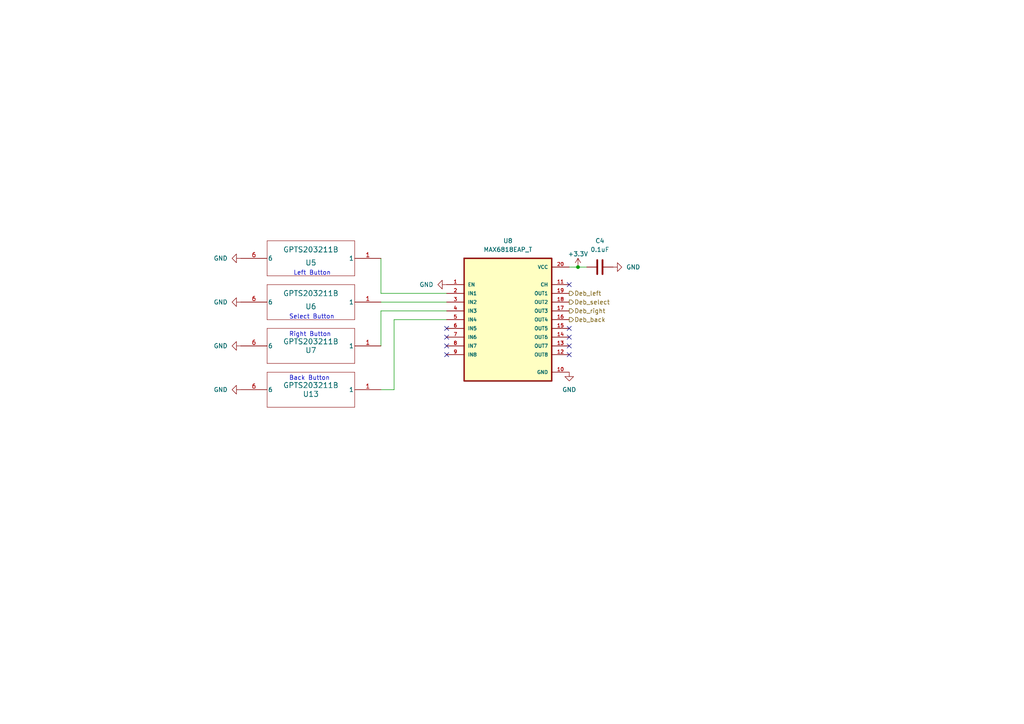
<source format=kicad_sch>
(kicad_sch
	(version 20231120)
	(generator "eeschema")
	(generator_version "8.0")
	(uuid "8ef76b75-3dab-4808-96dd-79f7106b8e0f")
	(paper "A4")
	(lib_symbols
		(symbol "2024-05-13_21-50-54:GPTS203211B"
			(pin_names
				(offset 0.254)
			)
			(exclude_from_sim no)
			(in_bom yes)
			(on_board yes)
			(property "Reference" "U"
				(at 20.32 10.16 0)
				(effects
					(font
						(size 1.524 1.524)
					)
				)
			)
			(property "Value" "GPTS203211B"
				(at 20.32 7.62 0)
				(effects
					(font
						(size 1.524 1.524)
					)
				)
			)
			(property "Footprint" "SWITCH_03211B"
				(at 0 0 0)
				(effects
					(font
						(size 1.27 1.27)
						(italic yes)
					)
					(hide yes)
				)
			)
			(property "Datasheet" "GPTS203211B"
				(at 0 0 0)
				(effects
					(font
						(size 1.27 1.27)
						(italic yes)
					)
					(hide yes)
				)
			)
			(property "Description" ""
				(at 0 0 0)
				(effects
					(font
						(size 1.27 1.27)
					)
					(hide yes)
				)
			)
			(property "ki_locked" ""
				(at 0 0 0)
				(effects
					(font
						(size 1.27 1.27)
					)
				)
			)
			(property "ki_keywords" "GPTS203211B"
				(at 0 0 0)
				(effects
					(font
						(size 1.27 1.27)
					)
					(hide yes)
				)
			)
			(property "ki_fp_filters" "SWITCH_03211B"
				(at 0 0 0)
				(effects
					(font
						(size 1.27 1.27)
					)
					(hide yes)
				)
			)
			(symbol "GPTS203211B_0_1"
				(polyline
					(pts
						(xy 7.62 -5.08) (xy 33.02 -5.08)
					)
					(stroke
						(width 0.127)
						(type default)
					)
					(fill
						(type none)
					)
				)
				(polyline
					(pts
						(xy 7.62 5.08) (xy 7.62 -5.08)
					)
					(stroke
						(width 0.127)
						(type default)
					)
					(fill
						(type none)
					)
				)
				(polyline
					(pts
						(xy 33.02 -5.08) (xy 33.02 5.08)
					)
					(stroke
						(width 0.127)
						(type default)
					)
					(fill
						(type none)
					)
				)
				(polyline
					(pts
						(xy 33.02 5.08) (xy 7.62 5.08)
					)
					(stroke
						(width 0.127)
						(type default)
					)
					(fill
						(type none)
					)
				)
				(pin unspecified line
					(at 0 0 0)
					(length 7.62)
					(name "1"
						(effects
							(font
								(size 1.27 1.27)
							)
						)
					)
					(number "1"
						(effects
							(font
								(size 1.27 1.27)
							)
						)
					)
				)
				(pin unspecified line
					(at 40.64 0 180)
					(length 7.62)
					(name "6"
						(effects
							(font
								(size 1.27 1.27)
							)
						)
					)
					(number "6"
						(effects
							(font
								(size 1.27 1.27)
							)
						)
					)
				)
			)
		)
		(symbol "Device:C"
			(pin_numbers hide)
			(pin_names
				(offset 0.254)
			)
			(exclude_from_sim no)
			(in_bom yes)
			(on_board yes)
			(property "Reference" "C"
				(at 0.635 2.54 0)
				(effects
					(font
						(size 1.27 1.27)
					)
					(justify left)
				)
			)
			(property "Value" "C"
				(at 0.635 -2.54 0)
				(effects
					(font
						(size 1.27 1.27)
					)
					(justify left)
				)
			)
			(property "Footprint" ""
				(at 0.9652 -3.81 0)
				(effects
					(font
						(size 1.27 1.27)
					)
					(hide yes)
				)
			)
			(property "Datasheet" "~"
				(at 0 0 0)
				(effects
					(font
						(size 1.27 1.27)
					)
					(hide yes)
				)
			)
			(property "Description" "Unpolarized capacitor"
				(at 0 0 0)
				(effects
					(font
						(size 1.27 1.27)
					)
					(hide yes)
				)
			)
			(property "ki_keywords" "cap capacitor"
				(at 0 0 0)
				(effects
					(font
						(size 1.27 1.27)
					)
					(hide yes)
				)
			)
			(property "ki_fp_filters" "C_*"
				(at 0 0 0)
				(effects
					(font
						(size 1.27 1.27)
					)
					(hide yes)
				)
			)
			(symbol "C_0_1"
				(polyline
					(pts
						(xy -2.032 -0.762) (xy 2.032 -0.762)
					)
					(stroke
						(width 0.508)
						(type default)
					)
					(fill
						(type none)
					)
				)
				(polyline
					(pts
						(xy -2.032 0.762) (xy 2.032 0.762)
					)
					(stroke
						(width 0.508)
						(type default)
					)
					(fill
						(type none)
					)
				)
			)
			(symbol "C_1_1"
				(pin passive line
					(at 0 3.81 270)
					(length 2.794)
					(name "~"
						(effects
							(font
								(size 1.27 1.27)
							)
						)
					)
					(number "1"
						(effects
							(font
								(size 1.27 1.27)
							)
						)
					)
				)
				(pin passive line
					(at 0 -3.81 90)
					(length 2.794)
					(name "~"
						(effects
							(font
								(size 1.27 1.27)
							)
						)
					)
					(number "2"
						(effects
							(font
								(size 1.27 1.27)
							)
						)
					)
				)
			)
		)
		(symbol "MAX6818EAP_T2:MAX6818EAP_T"
			(pin_names
				(offset 1.016)
			)
			(exclude_from_sim no)
			(in_bom yes)
			(on_board yes)
			(property "Reference" "U"
				(at -12.7 18.78 0)
				(effects
					(font
						(size 1.27 1.27)
					)
					(justify left bottom)
				)
			)
			(property "Value" "MAX6818EAP_T"
				(at -12.7 -21.78 0)
				(effects
					(font
						(size 1.27 1.27)
					)
					(justify left bottom)
				)
			)
			(property "Footprint" "MAX6818EAP_T:SOP65P777X199-20N"
				(at 0 0 0)
				(effects
					(font
						(size 1.27 1.27)
					)
					(justify bottom)
					(hide yes)
				)
			)
			(property "Datasheet" ""
				(at 0 0 0)
				(effects
					(font
						(size 1.27 1.27)
					)
					(hide yes)
				)
			)
			(property "Description" ""
				(at 0 0 0)
				(effects
					(font
						(size 1.27 1.27)
					)
					(hide yes)
				)
			)
			(symbol "MAX6818EAP_T_0_0"
				(rectangle
					(start -12.7 -17.78)
					(end 12.7 17.78)
					(stroke
						(width 0.41)
						(type default)
					)
					(fill
						(type background)
					)
				)
				(pin input line
					(at -17.78 10.16 0)
					(length 5.08)
					(name "EN"
						(effects
							(font
								(size 1.016 1.016)
							)
						)
					)
					(number "1"
						(effects
							(font
								(size 1.016 1.016)
							)
						)
					)
				)
				(pin power_in line
					(at 17.78 -15.24 180)
					(length 5.08)
					(name "GND"
						(effects
							(font
								(size 1.016 1.016)
							)
						)
					)
					(number "10"
						(effects
							(font
								(size 1.016 1.016)
							)
						)
					)
				)
				(pin output line
					(at 17.78 10.16 180)
					(length 5.08)
					(name "CH"
						(effects
							(font
								(size 1.016 1.016)
							)
						)
					)
					(number "11"
						(effects
							(font
								(size 1.016 1.016)
							)
						)
					)
				)
				(pin output line
					(at 17.78 -10.16 180)
					(length 5.08)
					(name "OUT8"
						(effects
							(font
								(size 1.016 1.016)
							)
						)
					)
					(number "12"
						(effects
							(font
								(size 1.016 1.016)
							)
						)
					)
				)
				(pin output line
					(at 17.78 -7.62 180)
					(length 5.08)
					(name "OUT7"
						(effects
							(font
								(size 1.016 1.016)
							)
						)
					)
					(number "13"
						(effects
							(font
								(size 1.016 1.016)
							)
						)
					)
				)
				(pin output line
					(at 17.78 -5.08 180)
					(length 5.08)
					(name "OUT6"
						(effects
							(font
								(size 1.016 1.016)
							)
						)
					)
					(number "14"
						(effects
							(font
								(size 1.016 1.016)
							)
						)
					)
				)
				(pin output line
					(at 17.78 -2.54 180)
					(length 5.08)
					(name "OUT5"
						(effects
							(font
								(size 1.016 1.016)
							)
						)
					)
					(number "15"
						(effects
							(font
								(size 1.016 1.016)
							)
						)
					)
				)
				(pin output line
					(at 17.78 0 180)
					(length 5.08)
					(name "OUT4"
						(effects
							(font
								(size 1.016 1.016)
							)
						)
					)
					(number "16"
						(effects
							(font
								(size 1.016 1.016)
							)
						)
					)
				)
				(pin output line
					(at 17.78 2.54 180)
					(length 5.08)
					(name "OUT3"
						(effects
							(font
								(size 1.016 1.016)
							)
						)
					)
					(number "17"
						(effects
							(font
								(size 1.016 1.016)
							)
						)
					)
				)
				(pin output line
					(at 17.78 5.08 180)
					(length 5.08)
					(name "OUT2"
						(effects
							(font
								(size 1.016 1.016)
							)
						)
					)
					(number "18"
						(effects
							(font
								(size 1.016 1.016)
							)
						)
					)
				)
				(pin output line
					(at 17.78 7.62 180)
					(length 5.08)
					(name "OUT1"
						(effects
							(font
								(size 1.016 1.016)
							)
						)
					)
					(number "19"
						(effects
							(font
								(size 1.016 1.016)
							)
						)
					)
				)
				(pin input line
					(at -17.78 7.62 0)
					(length 5.08)
					(name "IN1"
						(effects
							(font
								(size 1.016 1.016)
							)
						)
					)
					(number "2"
						(effects
							(font
								(size 1.016 1.016)
							)
						)
					)
				)
				(pin power_in line
					(at 17.78 15.24 180)
					(length 5.08)
					(name "VCC"
						(effects
							(font
								(size 1.016 1.016)
							)
						)
					)
					(number "20"
						(effects
							(font
								(size 1.016 1.016)
							)
						)
					)
				)
				(pin input line
					(at -17.78 5.08 0)
					(length 5.08)
					(name "IN2"
						(effects
							(font
								(size 1.016 1.016)
							)
						)
					)
					(number "3"
						(effects
							(font
								(size 1.016 1.016)
							)
						)
					)
				)
				(pin input line
					(at -17.78 2.54 0)
					(length 5.08)
					(name "IN3"
						(effects
							(font
								(size 1.016 1.016)
							)
						)
					)
					(number "4"
						(effects
							(font
								(size 1.016 1.016)
							)
						)
					)
				)
				(pin input line
					(at -17.78 0 0)
					(length 5.08)
					(name "IN4"
						(effects
							(font
								(size 1.016 1.016)
							)
						)
					)
					(number "5"
						(effects
							(font
								(size 1.016 1.016)
							)
						)
					)
				)
				(pin input line
					(at -17.78 -2.54 0)
					(length 5.08)
					(name "IN5"
						(effects
							(font
								(size 1.016 1.016)
							)
						)
					)
					(number "6"
						(effects
							(font
								(size 1.016 1.016)
							)
						)
					)
				)
				(pin input line
					(at -17.78 -5.08 0)
					(length 5.08)
					(name "IN6"
						(effects
							(font
								(size 1.016 1.016)
							)
						)
					)
					(number "7"
						(effects
							(font
								(size 1.016 1.016)
							)
						)
					)
				)
				(pin input line
					(at -17.78 -7.62 0)
					(length 5.08)
					(name "IN7"
						(effects
							(font
								(size 1.016 1.016)
							)
						)
					)
					(number "8"
						(effects
							(font
								(size 1.016 1.016)
							)
						)
					)
				)
				(pin input line
					(at -17.78 -10.16 0)
					(length 5.08)
					(name "IN8"
						(effects
							(font
								(size 1.016 1.016)
							)
						)
					)
					(number "9"
						(effects
							(font
								(size 1.016 1.016)
							)
						)
					)
				)
			)
		)
		(symbol "power:+3.3V"
			(power)
			(pin_names
				(offset 0)
			)
			(exclude_from_sim no)
			(in_bom yes)
			(on_board yes)
			(property "Reference" "#PWR"
				(at 0 -3.81 0)
				(effects
					(font
						(size 1.27 1.27)
					)
					(hide yes)
				)
			)
			(property "Value" "+3.3V"
				(at 0 3.556 0)
				(effects
					(font
						(size 1.27 1.27)
					)
				)
			)
			(property "Footprint" ""
				(at 0 0 0)
				(effects
					(font
						(size 1.27 1.27)
					)
					(hide yes)
				)
			)
			(property "Datasheet" ""
				(at 0 0 0)
				(effects
					(font
						(size 1.27 1.27)
					)
					(hide yes)
				)
			)
			(property "Description" "Power symbol creates a global label with name \"+3.3V\""
				(at 0 0 0)
				(effects
					(font
						(size 1.27 1.27)
					)
					(hide yes)
				)
			)
			(property "ki_keywords" "global power"
				(at 0 0 0)
				(effects
					(font
						(size 1.27 1.27)
					)
					(hide yes)
				)
			)
			(symbol "+3.3V_0_1"
				(polyline
					(pts
						(xy -0.762 1.27) (xy 0 2.54)
					)
					(stroke
						(width 0)
						(type default)
					)
					(fill
						(type none)
					)
				)
				(polyline
					(pts
						(xy 0 0) (xy 0 2.54)
					)
					(stroke
						(width 0)
						(type default)
					)
					(fill
						(type none)
					)
				)
				(polyline
					(pts
						(xy 0 2.54) (xy 0.762 1.27)
					)
					(stroke
						(width 0)
						(type default)
					)
					(fill
						(type none)
					)
				)
			)
			(symbol "+3.3V_1_1"
				(pin power_in line
					(at 0 0 90)
					(length 0) hide
					(name "+3.3V"
						(effects
							(font
								(size 1.27 1.27)
							)
						)
					)
					(number "1"
						(effects
							(font
								(size 1.27 1.27)
							)
						)
					)
				)
			)
		)
		(symbol "power:GND"
			(power)
			(pin_names
				(offset 0)
			)
			(exclude_from_sim no)
			(in_bom yes)
			(on_board yes)
			(property "Reference" "#PWR"
				(at 0 -6.35 0)
				(effects
					(font
						(size 1.27 1.27)
					)
					(hide yes)
				)
			)
			(property "Value" "GND"
				(at 0 -3.81 0)
				(effects
					(font
						(size 1.27 1.27)
					)
				)
			)
			(property "Footprint" ""
				(at 0 0 0)
				(effects
					(font
						(size 1.27 1.27)
					)
					(hide yes)
				)
			)
			(property "Datasheet" ""
				(at 0 0 0)
				(effects
					(font
						(size 1.27 1.27)
					)
					(hide yes)
				)
			)
			(property "Description" "Power symbol creates a global label with name \"GND\" , ground"
				(at 0 0 0)
				(effects
					(font
						(size 1.27 1.27)
					)
					(hide yes)
				)
			)
			(property "ki_keywords" "global power"
				(at 0 0 0)
				(effects
					(font
						(size 1.27 1.27)
					)
					(hide yes)
				)
			)
			(symbol "GND_0_1"
				(polyline
					(pts
						(xy 0 0) (xy 0 -1.27) (xy 1.27 -1.27) (xy 0 -2.54) (xy -1.27 -1.27) (xy 0 -1.27)
					)
					(stroke
						(width 0)
						(type default)
					)
					(fill
						(type none)
					)
				)
			)
			(symbol "GND_1_1"
				(pin power_in line
					(at 0 0 270)
					(length 0) hide
					(name "GND"
						(effects
							(font
								(size 1.27 1.27)
							)
						)
					)
					(number "1"
						(effects
							(font
								(size 1.27 1.27)
							)
						)
					)
				)
			)
		)
	)
	(junction
		(at 167.64 77.47)
		(diameter 0)
		(color 0 0 0 0)
		(uuid "d9ffa5f3-126d-4a95-a638-e0b3a58bcefd")
	)
	(no_connect
		(at 129.54 95.25)
		(uuid "18b97c2e-1deb-4b88-81de-a2e3e1aecdc0")
	)
	(no_connect
		(at 129.54 102.87)
		(uuid "3ff4c3fb-0fc4-40ae-a9a0-a154fd96eb15")
	)
	(no_connect
		(at 165.1 82.55)
		(uuid "8712b1c1-948a-409c-b356-3401b06eaa31")
	)
	(no_connect
		(at 165.1 100.33)
		(uuid "a5b99e03-e894-45ce-b55d-259cb9a33622")
	)
	(no_connect
		(at 165.1 95.25)
		(uuid "cfb5e757-f4b4-4bb3-9729-b56c64781a3f")
	)
	(no_connect
		(at 165.1 102.87)
		(uuid "e4c61f90-7e10-4edf-9ed7-21e724308859")
	)
	(no_connect
		(at 129.54 100.33)
		(uuid "f0373baa-cc9e-46aa-9a02-733d7f1045f4")
	)
	(no_connect
		(at 165.1 97.79)
		(uuid "f23812f9-9295-4d17-bad2-15588a4efa52")
	)
	(no_connect
		(at 129.54 97.79)
		(uuid "f5cc8e1b-7106-4d7a-a4ec-736fc66df6f2")
	)
	(wire
		(pts
			(xy 110.49 90.17) (xy 129.54 90.17)
		)
		(stroke
			(width 0)
			(type default)
		)
		(uuid "0ae10ad3-5e44-4d69-ad70-f838906792e7")
	)
	(wire
		(pts
			(xy 167.64 77.47) (xy 170.18 77.47)
		)
		(stroke
			(width 0)
			(type default)
		)
		(uuid "0d780ba1-6a87-4329-b027-eed1a0d3282e")
	)
	(wire
		(pts
			(xy 165.1 77.47) (xy 167.64 77.47)
		)
		(stroke
			(width 0)
			(type default)
		)
		(uuid "411a2f1f-baad-425a-9e04-393a70361017")
	)
	(wire
		(pts
			(xy 110.49 87.63) (xy 129.54 87.63)
		)
		(stroke
			(width 0)
			(type default)
		)
		(uuid "47504e71-212c-436d-aa97-64bc26f1b44a")
	)
	(wire
		(pts
			(xy 110.49 85.09) (xy 129.54 85.09)
		)
		(stroke
			(width 0)
			(type default)
		)
		(uuid "4e4bbdb1-383e-4389-8e71-4f59a9c48882")
	)
	(wire
		(pts
			(xy 110.49 113.03) (xy 114.3 113.03)
		)
		(stroke
			(width 0)
			(type default)
		)
		(uuid "57b07539-329d-40f1-a9bd-d80f6cdd509d")
	)
	(wire
		(pts
			(xy 110.49 100.33) (xy 110.49 90.17)
		)
		(stroke
			(width 0)
			(type default)
		)
		(uuid "8ba11d1b-e244-4f74-8fc5-fe285144c11f")
	)
	(wire
		(pts
			(xy 114.3 113.03) (xy 114.3 92.71)
		)
		(stroke
			(width 0)
			(type default)
		)
		(uuid "943af457-4846-4ff1-9442-e135c9994dc1")
	)
	(wire
		(pts
			(xy 110.49 74.93) (xy 110.49 85.09)
		)
		(stroke
			(width 0)
			(type default)
		)
		(uuid "e5979fce-6aeb-4e0a-9d13-c4e949dff45f")
	)
	(wire
		(pts
			(xy 114.3 92.71) (xy 129.54 92.71)
		)
		(stroke
			(width 0)
			(type default)
		)
		(uuid "f84bbda5-e4c2-43af-a448-109c5e9079bb")
	)
	(text "Back Button\n"
		(exclude_from_sim no)
		(at 83.82 110.49 0)
		(effects
			(font
				(size 1.27 1.27)
			)
			(justify left bottom)
		)
		(uuid "4bd20a0d-61db-44f9-a9c5-578ef848f2d7")
	)
	(text "Left Button"
		(exclude_from_sim no)
		(at 85.09 80.01 0)
		(effects
			(font
				(size 1.27 1.27)
			)
			(justify left bottom)
		)
		(uuid "93c08d03-ac1b-45e6-bb80-cfc6cd9f7853")
	)
	(text "Select Button"
		(exclude_from_sim no)
		(at 83.82 92.71 0)
		(effects
			(font
				(size 1.27 1.27)
			)
			(justify left bottom)
		)
		(uuid "a20d608b-af7d-4a6f-9ce0-93edbe5e7b06")
	)
	(text "Right Button\n"
		(exclude_from_sim no)
		(at 83.82 97.79 0)
		(effects
			(font
				(size 1.27 1.27)
			)
			(justify left bottom)
		)
		(uuid "ae7d6daf-8726-4385-ad07-4323f1643609")
	)
	(hierarchical_label "Deb_back"
		(shape output)
		(at 165.1 92.71 0)
		(fields_autoplaced yes)
		(effects
			(font
				(size 1.27 1.27)
			)
			(justify left)
		)
		(uuid "6953c22a-fd75-4c8c-b610-afbea26e685b")
	)
	(hierarchical_label "Deb_select"
		(shape output)
		(at 165.1 87.63 0)
		(fields_autoplaced yes)
		(effects
			(font
				(size 1.27 1.27)
			)
			(justify left)
		)
		(uuid "7b470064-37c2-45bd-93c3-8137ebbea603")
	)
	(hierarchical_label "Deb_right"
		(shape output)
		(at 165.1 90.17 0)
		(fields_autoplaced yes)
		(effects
			(font
				(size 1.27 1.27)
			)
			(justify left)
		)
		(uuid "cc80d408-57aa-4f56-afb5-52fad6f34363")
	)
	(hierarchical_label "Deb_left"
		(shape output)
		(at 165.1 85.09 0)
		(fields_autoplaced yes)
		(effects
			(font
				(size 1.27 1.27)
			)
			(justify left)
		)
		(uuid "e00438a3-5ec7-4600-b404-47cb57e5565a")
	)
	(symbol
		(lib_id "power:GND")
		(at 165.1 107.95 0)
		(unit 1)
		(exclude_from_sim no)
		(in_bom yes)
		(on_board yes)
		(dnp no)
		(fields_autoplaced yes)
		(uuid "04c7a332-d7d4-4ec7-9a1a-ecbde4f27e37")
		(property "Reference" "#PWR018"
			(at 165.1 114.3 0)
			(effects
				(font
					(size 1.27 1.27)
				)
				(hide yes)
			)
		)
		(property "Value" "GND"
			(at 165.1 113.03 0)
			(effects
				(font
					(size 1.27 1.27)
				)
			)
		)
		(property "Footprint" ""
			(at 165.1 107.95 0)
			(effects
				(font
					(size 1.27 1.27)
				)
				(hide yes)
			)
		)
		(property "Datasheet" ""
			(at 165.1 107.95 0)
			(effects
				(font
					(size 1.27 1.27)
				)
				(hide yes)
			)
		)
		(property "Description" ""
			(at 165.1 107.95 0)
			(effects
				(font
					(size 1.27 1.27)
				)
				(hide yes)
			)
		)
		(pin "1"
			(uuid "3229ce04-1b19-4b8e-9395-42a81a824186")
		)
		(instances
			(project "Motor Programmer Rev. 2"
				(path "/011ae556-31c3-4ee2-a722-f56ffd3fdd08/a2b5b4e2-343c-454b-b8e5-d2b1c53e1cbe"
					(reference "#PWR018")
					(unit 1)
				)
			)
		)
	)
	(symbol
		(lib_id "2024-05-13_21-50-54:GPTS203211B")
		(at 110.49 87.63 180)
		(unit 1)
		(exclude_from_sim no)
		(in_bom yes)
		(on_board yes)
		(dnp no)
		(uuid "3b6fdeac-1abe-4e6a-8799-b3db69f2066a")
		(property "Reference" "U6"
			(at 90.17 88.9 0)
			(effects
				(font
					(size 1.524 1.524)
				)
			)
		)
		(property "Value" "GPTS203211B"
			(at 90.17 85.09 0)
			(effects
				(font
					(size 1.524 1.524)
				)
			)
		)
		(property "Footprint" "footprints:SWITCH_03211B"
			(at 110.49 87.63 0)
			(effects
				(font
					(size 1.27 1.27)
					(italic yes)
				)
				(hide yes)
			)
		)
		(property "Datasheet" "GPTS203211B"
			(at 110.49 87.63 0)
			(effects
				(font
					(size 1.27 1.27)
					(italic yes)
				)
				(hide yes)
			)
		)
		(property "Description" ""
			(at 110.49 87.63 0)
			(effects
				(font
					(size 1.27 1.27)
				)
				(hide yes)
			)
		)
		(pin "1"
			(uuid "54317620-687c-4605-a584-ced03b559b24")
		)
		(pin "6"
			(uuid "59ff5b19-fad4-4f55-b29d-b98791781ef2")
		)
		(instances
			(project "Motor Programmer Rev. 2"
				(path "/011ae556-31c3-4ee2-a722-f56ffd3fdd08/a2b5b4e2-343c-454b-b8e5-d2b1c53e1cbe"
					(reference "U6")
					(unit 1)
				)
			)
		)
	)
	(symbol
		(lib_id "power:GND")
		(at 177.8 77.47 90)
		(unit 1)
		(exclude_from_sim no)
		(in_bom yes)
		(on_board yes)
		(dnp no)
		(fields_autoplaced yes)
		(uuid "60cffb8b-e2cf-46c5-98c9-d38f6d57b0f8")
		(property "Reference" "#PWR020"
			(at 184.15 77.47 0)
			(effects
				(font
					(size 1.27 1.27)
				)
				(hide yes)
			)
		)
		(property "Value" "GND"
			(at 181.61 77.47 90)
			(effects
				(font
					(size 1.27 1.27)
				)
				(justify right)
			)
		)
		(property "Footprint" ""
			(at 177.8 77.47 0)
			(effects
				(font
					(size 1.27 1.27)
				)
				(hide yes)
			)
		)
		(property "Datasheet" ""
			(at 177.8 77.47 0)
			(effects
				(font
					(size 1.27 1.27)
				)
				(hide yes)
			)
		)
		(property "Description" ""
			(at 177.8 77.47 0)
			(effects
				(font
					(size 1.27 1.27)
				)
				(hide yes)
			)
		)
		(pin "1"
			(uuid "82c6c791-1587-4e90-8146-ba659abc460d")
		)
		(instances
			(project "Motor Programmer Rev. 2"
				(path "/011ae556-31c3-4ee2-a722-f56ffd3fdd08/a2b5b4e2-343c-454b-b8e5-d2b1c53e1cbe"
					(reference "#PWR020")
					(unit 1)
				)
			)
		)
	)
	(symbol
		(lib_id "2024-05-13_21-50-54:GPTS203211B")
		(at 110.49 74.93 180)
		(unit 1)
		(exclude_from_sim no)
		(in_bom yes)
		(on_board yes)
		(dnp no)
		(uuid "76eb2b8c-40e1-42fe-8dd1-abb168f185e1")
		(property "Reference" "U5"
			(at 90.17 76.2 0)
			(effects
				(font
					(size 1.524 1.524)
				)
			)
		)
		(property "Value" "GPTS203211B"
			(at 90.17 72.39 0)
			(effects
				(font
					(size 1.524 1.524)
				)
			)
		)
		(property "Footprint" "footprints:SWITCH_03211B"
			(at 110.49 74.93 0)
			(effects
				(font
					(size 1.27 1.27)
					(italic yes)
				)
				(hide yes)
			)
		)
		(property "Datasheet" "GPTS203211B"
			(at 110.49 74.93 0)
			(effects
				(font
					(size 1.27 1.27)
					(italic yes)
				)
				(hide yes)
			)
		)
		(property "Description" ""
			(at 110.49 74.93 0)
			(effects
				(font
					(size 1.27 1.27)
				)
				(hide yes)
			)
		)
		(pin "1"
			(uuid "ccbbb05a-8d1c-4efb-82ec-075545b4295c")
		)
		(pin "6"
			(uuid "07ee9050-ef29-4bec-a63e-1e5b15ad9e6b")
		)
		(instances
			(project "Motor Programmer Rev. 2"
				(path "/011ae556-31c3-4ee2-a722-f56ffd3fdd08/a2b5b4e2-343c-454b-b8e5-d2b1c53e1cbe"
					(reference "U5")
					(unit 1)
				)
			)
		)
	)
	(symbol
		(lib_id "Device:C")
		(at 173.99 77.47 90)
		(unit 1)
		(exclude_from_sim no)
		(in_bom yes)
		(on_board yes)
		(dnp no)
		(fields_autoplaced yes)
		(uuid "786eb153-0abe-44c3-bd68-d860b3f8bafb")
		(property "Reference" "C4"
			(at 173.99 69.85 90)
			(effects
				(font
					(size 1.27 1.27)
				)
			)
		)
		(property "Value" "0.1uF"
			(at 173.99 72.39 90)
			(effects
				(font
					(size 1.27 1.27)
				)
			)
		)
		(property "Footprint" "Capacitor_SMD:C_0402_1005Metric"
			(at 177.8 76.5048 0)
			(effects
				(font
					(size 1.27 1.27)
				)
				(hide yes)
			)
		)
		(property "Datasheet" "~"
			(at 173.99 77.47 0)
			(effects
				(font
					(size 1.27 1.27)
				)
				(hide yes)
			)
		)
		(property "Description" ""
			(at 173.99 77.47 0)
			(effects
				(font
					(size 1.27 1.27)
				)
				(hide yes)
			)
		)
		(pin "1"
			(uuid "887f7aa7-7db7-4cdc-9d3e-940aacfabd01")
		)
		(pin "2"
			(uuid "e308e860-9b6b-46e2-b8f7-ce6b1c150616")
		)
		(instances
			(project "Motor Programmer Rev. 2"
				(path "/011ae556-31c3-4ee2-a722-f56ffd3fdd08/a2b5b4e2-343c-454b-b8e5-d2b1c53e1cbe"
					(reference "C4")
					(unit 1)
				)
			)
		)
	)
	(symbol
		(lib_id "MAX6818EAP_T2:MAX6818EAP_T")
		(at 147.32 92.71 0)
		(unit 1)
		(exclude_from_sim no)
		(in_bom yes)
		(on_board yes)
		(dnp no)
		(fields_autoplaced yes)
		(uuid "8a4a2e47-c4d7-42c0-8bce-96f2a4bba920")
		(property "Reference" "U8"
			(at 147.32 69.85 0)
			(effects
				(font
					(size 1.27 1.27)
				)
			)
		)
		(property "Value" "MAX6818EAP_T"
			(at 147.32 72.39 0)
			(effects
				(font
					(size 1.27 1.27)
				)
			)
		)
		(property "Footprint" "MAX6818EAP:SOP65P777X199-20N"
			(at 147.32 92.71 0)
			(effects
				(font
					(size 1.27 1.27)
				)
				(justify bottom)
				(hide yes)
			)
		)
		(property "Datasheet" ""
			(at 147.32 92.71 0)
			(effects
				(font
					(size 1.27 1.27)
				)
				(hide yes)
			)
		)
		(property "Description" ""
			(at 147.32 92.71 0)
			(effects
				(font
					(size 1.27 1.27)
				)
				(hide yes)
			)
		)
		(pin "1"
			(uuid "d84ed2a3-6034-4abb-9509-c69e346548db")
		)
		(pin "10"
			(uuid "8736acbb-58b3-4d8d-a440-443772b17647")
		)
		(pin "11"
			(uuid "87b4c882-ce5a-4371-b1cb-4cf720f07556")
		)
		(pin "12"
			(uuid "36d0466a-5f5d-4ce5-959d-fc86563d80fe")
		)
		(pin "13"
			(uuid "87f1768f-69cc-4eba-a7b7-373e2658b473")
		)
		(pin "14"
			(uuid "192bf88d-4e43-4298-bc22-9eda81b5f6b9")
		)
		(pin "15"
			(uuid "d40f4f1a-a1aa-4e32-abf3-62cf3abfce6f")
		)
		(pin "16"
			(uuid "7f1bb35f-90af-4899-8de9-2e9ab444b310")
		)
		(pin "17"
			(uuid "2ed9d241-76bb-4383-8bf3-6f438bb76339")
		)
		(pin "18"
			(uuid "1808224d-9939-4920-9e0b-a4369420ad5e")
		)
		(pin "19"
			(uuid "0065b49f-6369-4a19-91dc-c8dc00815357")
		)
		(pin "2"
			(uuid "9019937d-57da-4406-a499-1ea26173ee3d")
		)
		(pin "20"
			(uuid "7215c715-bd74-4c7f-9c00-a2b3e23ae842")
		)
		(pin "3"
			(uuid "c9827f74-031b-429c-9edd-4e2a97f0a63a")
		)
		(pin "4"
			(uuid "e40d87e3-2b2a-48c8-bceb-2fdbc14fb01c")
		)
		(pin "5"
			(uuid "784b3dbe-f50b-4415-92da-4b660c8f3b65")
		)
		(pin "6"
			(uuid "8b17578e-07af-4abe-981e-73259a016f3b")
		)
		(pin "7"
			(uuid "a2cbbd9a-530c-46da-b968-ede32e11a4b2")
		)
		(pin "8"
			(uuid "5b91dc7b-cbe0-48da-bb57-cf7fed259792")
		)
		(pin "9"
			(uuid "0eca10cb-af49-465a-bf3b-dfdd16456679")
		)
		(instances
			(project "Motor Programmer Rev. 2"
				(path "/011ae556-31c3-4ee2-a722-f56ffd3fdd08/a2b5b4e2-343c-454b-b8e5-d2b1c53e1cbe"
					(reference "U8")
					(unit 1)
				)
			)
		)
	)
	(symbol
		(lib_id "power:GND")
		(at 69.85 100.33 270)
		(unit 1)
		(exclude_from_sim no)
		(in_bom yes)
		(on_board yes)
		(dnp no)
		(fields_autoplaced yes)
		(uuid "8db8b072-1b43-4ca7-817f-ff14fb422ee5")
		(property "Reference" "#PWR016"
			(at 63.5 100.33 0)
			(effects
				(font
					(size 1.27 1.27)
				)
				(hide yes)
			)
		)
		(property "Value" "GND"
			(at 66.04 100.33 90)
			(effects
				(font
					(size 1.27 1.27)
				)
				(justify right)
			)
		)
		(property "Footprint" ""
			(at 69.85 100.33 0)
			(effects
				(font
					(size 1.27 1.27)
				)
				(hide yes)
			)
		)
		(property "Datasheet" ""
			(at 69.85 100.33 0)
			(effects
				(font
					(size 1.27 1.27)
				)
				(hide yes)
			)
		)
		(property "Description" ""
			(at 69.85 100.33 0)
			(effects
				(font
					(size 1.27 1.27)
				)
				(hide yes)
			)
		)
		(pin "1"
			(uuid "c3fe7409-745d-4d8d-9c7c-4ead0a9c8636")
		)
		(instances
			(project "Motor Programmer Rev. 2"
				(path "/011ae556-31c3-4ee2-a722-f56ffd3fdd08/a2b5b4e2-343c-454b-b8e5-d2b1c53e1cbe"
					(reference "#PWR016")
					(unit 1)
				)
			)
		)
	)
	(symbol
		(lib_id "power:GND")
		(at 69.85 74.93 270)
		(unit 1)
		(exclude_from_sim no)
		(in_bom yes)
		(on_board yes)
		(dnp no)
		(fields_autoplaced yes)
		(uuid "9a60edbf-e943-4dd8-b6a9-fd136043e2ab")
		(property "Reference" "#PWR014"
			(at 63.5 74.93 0)
			(effects
				(font
					(size 1.27 1.27)
				)
				(hide yes)
			)
		)
		(property "Value" "GND"
			(at 66.04 74.93 90)
			(effects
				(font
					(size 1.27 1.27)
				)
				(justify right)
			)
		)
		(property "Footprint" ""
			(at 69.85 74.93 0)
			(effects
				(font
					(size 1.27 1.27)
				)
				(hide yes)
			)
		)
		(property "Datasheet" ""
			(at 69.85 74.93 0)
			(effects
				(font
					(size 1.27 1.27)
				)
				(hide yes)
			)
		)
		(property "Description" ""
			(at 69.85 74.93 0)
			(effects
				(font
					(size 1.27 1.27)
				)
				(hide yes)
			)
		)
		(pin "1"
			(uuid "b33890d3-5287-45c4-9466-5259fce896ec")
		)
		(instances
			(project "Motor Programmer Rev. 2"
				(path "/011ae556-31c3-4ee2-a722-f56ffd3fdd08/a2b5b4e2-343c-454b-b8e5-d2b1c53e1cbe"
					(reference "#PWR014")
					(unit 1)
				)
			)
		)
	)
	(symbol
		(lib_id "power:GND")
		(at 69.85 87.63 270)
		(unit 1)
		(exclude_from_sim no)
		(in_bom yes)
		(on_board yes)
		(dnp no)
		(fields_autoplaced yes)
		(uuid "a7737a08-e68d-498a-8299-4c3bd22187f1")
		(property "Reference" "#PWR015"
			(at 63.5 87.63 0)
			(effects
				(font
					(size 1.27 1.27)
				)
				(hide yes)
			)
		)
		(property "Value" "GND"
			(at 66.04 87.63 90)
			(effects
				(font
					(size 1.27 1.27)
				)
				(justify right)
			)
		)
		(property "Footprint" ""
			(at 69.85 87.63 0)
			(effects
				(font
					(size 1.27 1.27)
				)
				(hide yes)
			)
		)
		(property "Datasheet" ""
			(at 69.85 87.63 0)
			(effects
				(font
					(size 1.27 1.27)
				)
				(hide yes)
			)
		)
		(property "Description" ""
			(at 69.85 87.63 0)
			(effects
				(font
					(size 1.27 1.27)
				)
				(hide yes)
			)
		)
		(pin "1"
			(uuid "44a670a2-d062-4ac9-bd07-de2b8db50683")
		)
		(instances
			(project "Motor Programmer Rev. 2"
				(path "/011ae556-31c3-4ee2-a722-f56ffd3fdd08/a2b5b4e2-343c-454b-b8e5-d2b1c53e1cbe"
					(reference "#PWR015")
					(unit 1)
				)
			)
		)
	)
	(symbol
		(lib_id "power:+3.3V")
		(at 167.64 77.47 0)
		(unit 1)
		(exclude_from_sim no)
		(in_bom yes)
		(on_board yes)
		(dnp no)
		(fields_autoplaced yes)
		(uuid "af3030c4-ad47-435f-95b2-1f99f88aa702")
		(property "Reference" "#PWR019"
			(at 167.64 81.28 0)
			(effects
				(font
					(size 1.27 1.27)
				)
				(hide yes)
			)
		)
		(property "Value" "+3.3V"
			(at 167.64 73.66 0)
			(effects
				(font
					(size 1.27 1.27)
				)
			)
		)
		(property "Footprint" ""
			(at 167.64 77.47 0)
			(effects
				(font
					(size 1.27 1.27)
				)
				(hide yes)
			)
		)
		(property "Datasheet" ""
			(at 167.64 77.47 0)
			(effects
				(font
					(size 1.27 1.27)
				)
				(hide yes)
			)
		)
		(property "Description" ""
			(at 167.64 77.47 0)
			(effects
				(font
					(size 1.27 1.27)
				)
				(hide yes)
			)
		)
		(pin "1"
			(uuid "5d0dc366-8079-4be0-b566-838374943f7b")
		)
		(instances
			(project "Motor Programmer Rev. 2"
				(path "/011ae556-31c3-4ee2-a722-f56ffd3fdd08/a2b5b4e2-343c-454b-b8e5-d2b1c53e1cbe"
					(reference "#PWR019")
					(unit 1)
				)
			)
			(project "ESP32_S2_SOLO_N4 Kicad Reference Design"
				(path "/781e630a-908b-4db2-a21c-46db7fc2ebca"
					(reference "#PWR03")
					(unit 1)
				)
			)
			(project "esp32"
				(path "/7924cb66-cc2f-436f-aa09-a6a12e8df6be"
					(reference "#PWR05")
					(unit 1)
				)
			)
		)
	)
	(symbol
		(lib_id "2024-05-13_21-50-54:GPTS203211B")
		(at 110.49 113.03 180)
		(unit 1)
		(exclude_from_sim no)
		(in_bom yes)
		(on_board yes)
		(dnp no)
		(uuid "b3bca7a5-371d-48b1-acba-7452961df2b8")
		(property "Reference" "U13"
			(at 90.17 114.3 0)
			(effects
				(font
					(size 1.524 1.524)
				)
			)
		)
		(property "Value" "GPTS203211B"
			(at 90.17 111.76 0)
			(effects
				(font
					(size 1.524 1.524)
				)
			)
		)
		(property "Footprint" "footprints:SWITCH_03211B"
			(at 110.49 113.03 0)
			(effects
				(font
					(size 1.27 1.27)
					(italic yes)
				)
				(hide yes)
			)
		)
		(property "Datasheet" "GPTS203211B"
			(at 110.49 113.03 0)
			(effects
				(font
					(size 1.27 1.27)
					(italic yes)
				)
				(hide yes)
			)
		)
		(property "Description" ""
			(at 110.49 113.03 0)
			(effects
				(font
					(size 1.27 1.27)
				)
				(hide yes)
			)
		)
		(pin "1"
			(uuid "52cb67dc-cb3b-41a7-af0e-25dfb113efe0")
		)
		(pin "6"
			(uuid "5e2b65b9-f7f8-4111-8ac5-644c657f93f5")
		)
		(instances
			(project "Motor Programmer Rev. 2"
				(path "/011ae556-31c3-4ee2-a722-f56ffd3fdd08/a2b5b4e2-343c-454b-b8e5-d2b1c53e1cbe"
					(reference "U13")
					(unit 1)
				)
			)
		)
	)
	(symbol
		(lib_id "2024-05-13_21-50-54:GPTS203211B")
		(at 110.49 100.33 180)
		(unit 1)
		(exclude_from_sim no)
		(in_bom yes)
		(on_board yes)
		(dnp no)
		(uuid "b8d092a4-b280-430a-8f2a-8e52c063cb25")
		(property "Reference" "U7"
			(at 90.17 101.6 0)
			(effects
				(font
					(size 1.524 1.524)
				)
			)
		)
		(property "Value" "GPTS203211B"
			(at 90.17 99.06 0)
			(effects
				(font
					(size 1.524 1.524)
				)
			)
		)
		(property "Footprint" "footprints:SWITCH_03211B"
			(at 110.49 100.33 0)
			(effects
				(font
					(size 1.27 1.27)
					(italic yes)
				)
				(hide yes)
			)
		)
		(property "Datasheet" "GPTS203211B"
			(at 110.49 100.33 0)
			(effects
				(font
					(size 1.27 1.27)
					(italic yes)
				)
				(hide yes)
			)
		)
		(property "Description" ""
			(at 110.49 100.33 0)
			(effects
				(font
					(size 1.27 1.27)
				)
				(hide yes)
			)
		)
		(pin "1"
			(uuid "8ada3aed-4e4e-4c3c-abc8-e6bc6ae6cdeb")
		)
		(pin "6"
			(uuid "87810fa3-6b8d-4c16-a25e-1bd2a91fc0a7")
		)
		(instances
			(project "Motor Programmer Rev. 2"
				(path "/011ae556-31c3-4ee2-a722-f56ffd3fdd08/a2b5b4e2-343c-454b-b8e5-d2b1c53e1cbe"
					(reference "U7")
					(unit 1)
				)
			)
		)
	)
	(symbol
		(lib_id "power:GND")
		(at 69.85 113.03 270)
		(unit 1)
		(exclude_from_sim no)
		(in_bom yes)
		(on_board yes)
		(dnp no)
		(fields_autoplaced yes)
		(uuid "da3a5ccc-2230-43d5-99d9-0af8811eee1e")
		(property "Reference" "#PWR07"
			(at 63.5 113.03 0)
			(effects
				(font
					(size 1.27 1.27)
				)
				(hide yes)
			)
		)
		(property "Value" "GND"
			(at 66.04 113.03 90)
			(effects
				(font
					(size 1.27 1.27)
				)
				(justify right)
			)
		)
		(property "Footprint" ""
			(at 69.85 113.03 0)
			(effects
				(font
					(size 1.27 1.27)
				)
				(hide yes)
			)
		)
		(property "Datasheet" ""
			(at 69.85 113.03 0)
			(effects
				(font
					(size 1.27 1.27)
				)
				(hide yes)
			)
		)
		(property "Description" ""
			(at 69.85 113.03 0)
			(effects
				(font
					(size 1.27 1.27)
				)
				(hide yes)
			)
		)
		(pin "1"
			(uuid "613f877c-63fd-42ad-89e0-01c2021f1d81")
		)
		(instances
			(project "Motor Programmer Rev. 2"
				(path "/011ae556-31c3-4ee2-a722-f56ffd3fdd08/a2b5b4e2-343c-454b-b8e5-d2b1c53e1cbe"
					(reference "#PWR07")
					(unit 1)
				)
			)
		)
	)
	(symbol
		(lib_id "power:GND")
		(at 129.54 82.55 270)
		(unit 1)
		(exclude_from_sim no)
		(in_bom yes)
		(on_board yes)
		(dnp no)
		(fields_autoplaced yes)
		(uuid "ea6b7acb-93fa-4abf-94d5-f72e670d6624")
		(property "Reference" "#PWR017"
			(at 123.19 82.55 0)
			(effects
				(font
					(size 1.27 1.27)
				)
				(hide yes)
			)
		)
		(property "Value" "GND"
			(at 125.73 82.55 90)
			(effects
				(font
					(size 1.27 1.27)
				)
				(justify right)
			)
		)
		(property "Footprint" ""
			(at 129.54 82.55 0)
			(effects
				(font
					(size 1.27 1.27)
				)
				(hide yes)
			)
		)
		(property "Datasheet" ""
			(at 129.54 82.55 0)
			(effects
				(font
					(size 1.27 1.27)
				)
				(hide yes)
			)
		)
		(property "Description" ""
			(at 129.54 82.55 0)
			(effects
				(font
					(size 1.27 1.27)
				)
				(hide yes)
			)
		)
		(pin "1"
			(uuid "f3a4dd59-b74f-4367-9300-c6fdaa7217a8")
		)
		(instances
			(project "Motor Programmer Rev. 2"
				(path "/011ae556-31c3-4ee2-a722-f56ffd3fdd08/a2b5b4e2-343c-454b-b8e5-d2b1c53e1cbe"
					(reference "#PWR017")
					(unit 1)
				)
			)
		)
	)
)

</source>
